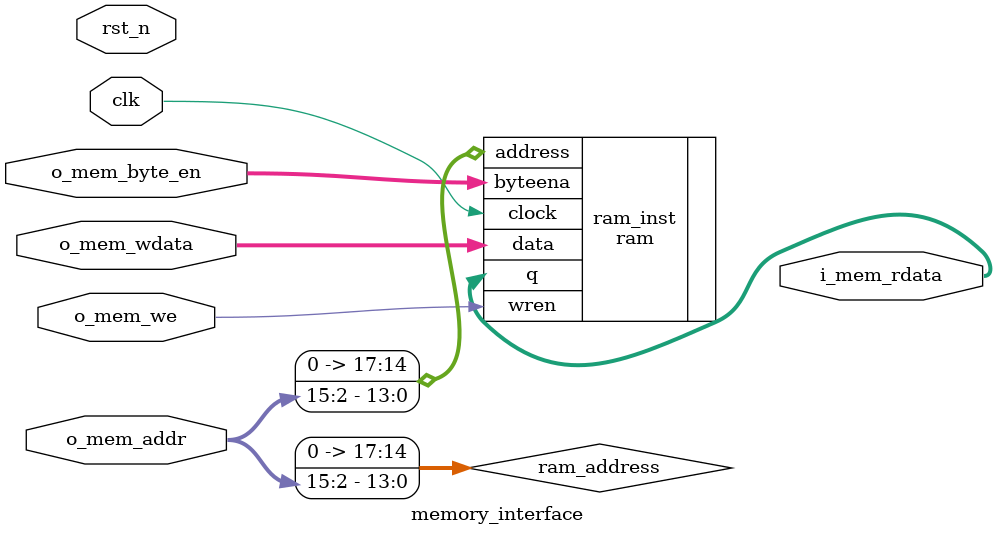
<source format=sv>
module memory_interface (
    input  logic        clk,
    input  logic        rst_n,
    
    // Memory interface signals
    input  logic        o_mem_we,
    input  logic [3:0]  o_mem_byte_en,
    input  logic [15:0] o_mem_addr,
    input  logic [31:0] o_mem_wdata,
    output logic [31:0] i_mem_rdata
);

    // Instantiate Intel FPGA RAM module
    // ram.v is a 1MB (262144 words x 32 bits) single-port RAM with byte enables
    // Address is 18-bit word address (we use lower 16 bits from o_mem_addr)
    logic [17:0] ram_address;
    
    // Convert byte address to word address (divide by 4)
    assign ram_address = {2'b00, o_mem_addr[15:2]};
    
    ram ram_inst (
        .address  (ram_address),      // 18-bit word address
        .byteena  (o_mem_byte_en),    // 4-bit byte enable
        .clock    (clk),              // Clock
        .data     (o_mem_wdata),      // 32-bit write data
        .wren     (o_mem_we),         // Write enable
        .q        (i_mem_rdata)       // 32-bit read data
    );

endmodule

</source>
